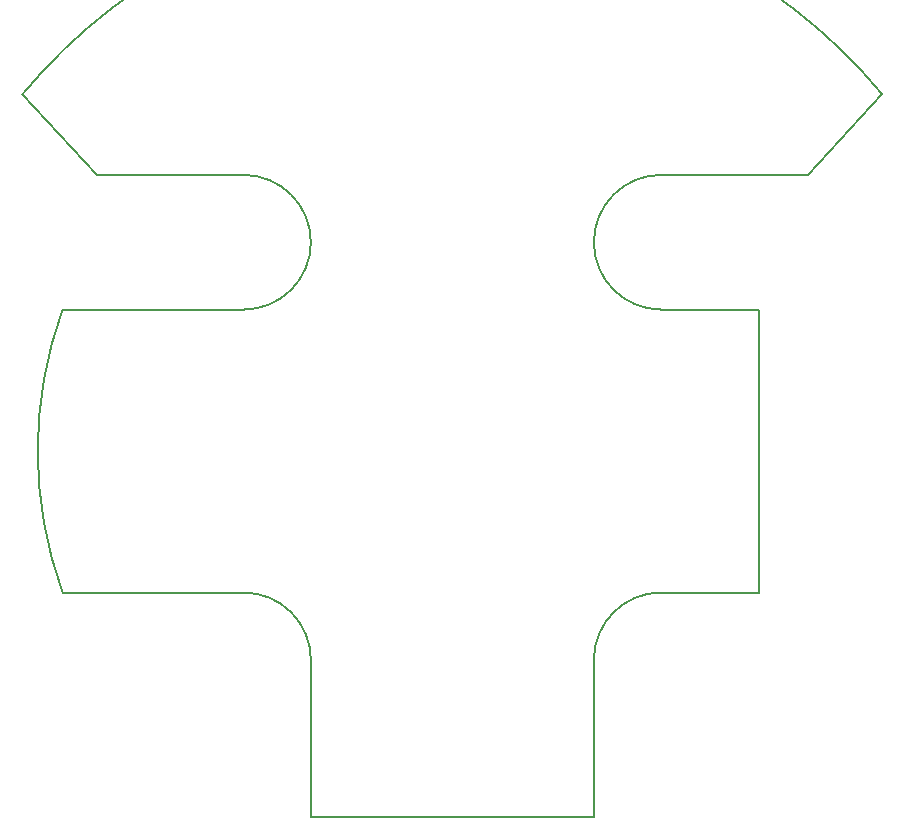
<source format=gm1>
G04 #@! TF.GenerationSoftware,KiCad,Pcbnew,7.0.1-3b83917a11~172~ubuntu22.04.1*
G04 #@! TF.CreationDate,2023-08-11T16:57:34+02:00*
G04 #@! TF.ProjectId,io_coupling_MCU_enhanced,696f5f63-6f75-4706-9c69-6e675f4d4355,rev?*
G04 #@! TF.SameCoordinates,Original*
G04 #@! TF.FileFunction,Profile,NP*
%FSLAX46Y46*%
G04 Gerber Fmt 4.6, Leading zero omitted, Abs format (unit mm)*
G04 Created by KiCad (PCBNEW 7.0.1-3b83917a11~172~ubuntu22.04.1) date 2023-08-11 16:57:34*
%MOMM*%
%LPD*%
G01*
G04 APERTURE LIST*
G04 #@! TA.AperFunction,Profile*
%ADD10C,0.150000*%
G04 #@! TD*
G04 APERTURE END LIST*
D10*
X-17680000Y11980002D02*
G75*
G03*
X-17680000Y23379996I0J5699997D01*
G01*
X-17680000Y11980002D02*
X-33000000Y11980002D01*
X11980000Y-17680000D02*
X11980000Y-31000000D01*
X-32999998Y11980002D02*
G75*
G03*
X-32999999Y-11980000I32999995J-11980002D01*
G01*
X17680000Y11979998D02*
X26000000Y11979998D01*
X17680000Y-11980000D02*
X26000000Y-11980000D01*
X36399997Y30199998D02*
G75*
G03*
X-36399998Y30199998I-36399997J-30199998D01*
G01*
X-11980000Y-17680000D02*
X-11980000Y-31000000D01*
X17680000Y23380002D02*
G75*
G03*
X17680000Y11979998I0J-5700002D01*
G01*
X-30100000Y23380000D02*
X-17680000Y23380000D01*
X17680000Y-11980000D02*
G75*
G03*
X11980000Y-17680000I0J-5700000D01*
G01*
X26000000Y11979998D02*
X26000000Y-11980000D01*
X-11980000Y-17680000D02*
G75*
G03*
X-17680000Y-11980000I-5699999J1D01*
G01*
X-17680000Y-11980000D02*
X-33000000Y-11980000D01*
X36399999Y30199999D02*
X30100000Y23380000D01*
X11980000Y-31000000D02*
X-11980000Y-31000000D01*
X-36399999Y30199999D02*
X-30100000Y23380000D01*
X30100000Y23380000D02*
X17680000Y23380002D01*
M02*

</source>
